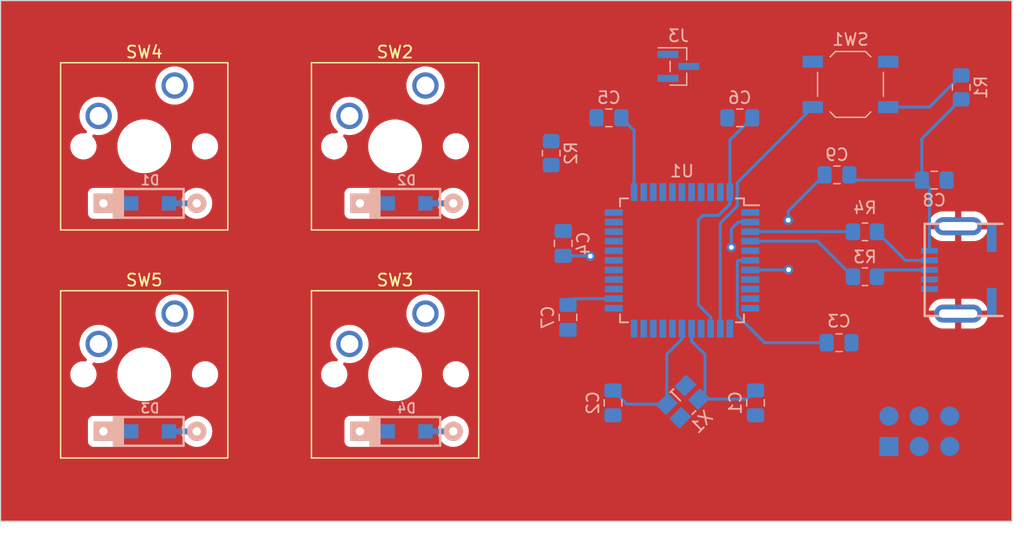
<source format=kicad_pcb>
(kicad_pcb (version 20221018) (generator pcbnew)
  (layers (0 "F.Cu" signal) (31 "B.Cu" signal) (34 "B.Paste" user) (35 "F.Paste" user) (36 "B.SilkS" user "B.Silkscreen") (37 "F.SilkS" user "F.Silkscreen") (38 "B.Mask" user) (39 "F.Mask" user) (44 "Edge.Cuts" user))
  (net 0 "")
  (net 1 "Net-(U1-XTAL2)")
  (net 2 "GND")
  (net 3 "Net-(U1-XTAL1)")
  (net 4 "Net-(U1-UCAP)")
  (net 5 "VCC")
  (net 6 "Net-(U1-VBUS)")
  (net 7 "Net-(D1-A)")
  (net 8 "/row0")
  (net 9 "Net-(D2-A)")
  (net 10 "/row1")
  (net 11 "Net-(D3-A)")
  (net 12 "Net-(D4-A)")
  (net 13 "Net-(J1-D-)")
  (net 14 "Net-(J1-D+)")
  (net 16 "Net-(J2-MISO)")
  (net 17 "Net-(J2-SCK)")
  (net 18 "Net-(J2-MOSI)")
  (net 19 "Net-(J2-~{RST})")
  (net 20 "Net-(J3-Pin_1)")
  (net 21 "Net-(J3-Pin_2)")
  (net 22 "Net-(J3-Pin_3)")
  (net 23 "Net-(U1-~{RESET})")
  (net 24 "Net-(U1-~{HWB}{slash}PE2)")
  (net 25 "Net-(U1-D+)")
  (net 26 "Net-(U1-D-)")
  (net 27 "/col0")
  (net 28 "/col1")
  (footprint "Button_Switch_Keyboard:SW_Cherry_MX_1.00u_PCB" (layer "F.Cu") (at 119.53875 80.645)
    (fp_text reference "SW5" (at -2.54 -2.794) (layer "F.SilkS"))
    (fp_text value "SW_Push")
    (fp_line (start -9.525 -1.905) (end 4.445 -1.905) (stroke (width 0.12)) (layer "F.SilkS"))
    (fp_line (start -9.525 12.065) (end -9.525 -1.905) (stroke (width 0.12)) (layer "F.SilkS"))
    (fp_line (start 4.445 -1.905) (end 4.445 12.065) (stroke (width 0.12)) (layer "F.SilkS"))
    (fp_line (start 4.445 12.065) (end -9.525 12.065) (stroke (width 0.12)) (layer "F.SilkS"))
    (pad "" np_thru_hole circle locked (at -7.62 5.08) (size 1.7 1.7) (drill 1.7) (layers "*.Cu" "*.Mask"))
    (pad "" np_thru_hole circle locked (at -2.54 5.08) (size 4 4) (drill 4) (layers "*.Cu" "*.Mask"))
    (pad "" np_thru_hole circle locked (at 2.54 5.08) (size 1.7 1.7) (drill 1.7) (layers "*.Cu" "*.Mask"))
    (pad "1" thru_hole circle locked (at 0 0) (size 2.2 2.2) (drill 1.5) (layers "*.Cu" "*.Mask") (net 11 "Net-(D3-A)"))
    (pad "2" thru_hole circle locked (at -6.35 2.54) (size 2.2 2.2) (drill 1.5) (layers "*.Cu" "*.Mask") (net 28 "/col1"))
  )
  (footprint "Button_Switch_Keyboard:SW_Cherry_MX_1.00u_PCB" (layer "F.Cu") (at 140.49375 80.645)
    (fp_text reference "SW3" (at -2.54 -2.794) (layer "F.SilkS"))
    (fp_text value "SW_Push")
    (fp_line (start -9.525 -1.905) (end 4.445 -1.905) (stroke (width 0.12)) (layer "F.SilkS"))
    (fp_line (start -9.525 12.065) (end -9.525 -1.905) (stroke (width 0.12)) (layer "F.SilkS"))
    (fp_line (start 4.445 -1.905) (end 4.445 12.065) (stroke (width 0.12)) (layer "F.SilkS"))
    (fp_line (start 4.445 12.065) (end -9.525 12.065) (stroke (width 0.12)) (layer "F.SilkS"))
    (pad "" np_thru_hole circle locked (at -7.62 5.08) (size 1.7 1.7) (drill 1.7) (layers "*.Cu" "*.Mask"))
    (pad "" np_thru_hole circle locked (at -2.54 5.08) (size 4 4) (drill 4) (layers "*.Cu" "*.Mask"))
    (pad "" np_thru_hole circle locked (at 2.54 5.08) (size 1.7 1.7) (drill 1.7) (layers "*.Cu" "*.Mask"))
    (pad "1" thru_hole circle locked (at 0 0) (size 2.2 2.2) (drill 1.5) (layers "*.Cu" "*.Mask") (net 12 "Net-(D4-A)"))
    (pad "2" thru_hole circle locked (at -6.35 2.54) (size 2.2 2.2) (drill 1.5) (layers "*.Cu" "*.Mask") (net 28 "/col1"))
  )
  (footprint "Button_Switch_Keyboard:SW_Cherry_MX_1.00u_PCB" (layer "F.Cu") (at 119.53875 61.595)
    (fp_text reference "SW4" (at -2.54 -2.794) (layer "F.SilkS"))
    (fp_text value "SW_Push")
    (fp_line (start -9.525 -1.905) (end 4.445 -1.905) (stroke (width 0.12)) (layer "F.SilkS"))
    (fp_line (start -9.525 12.065) (end -9.525 -1.905) (stroke (width 0.12)) (layer "F.SilkS"))
    (fp_line (start 4.445 -1.905) (end 4.445 12.065) (stroke (width 0.12)) (layer "F.SilkS"))
    (fp_line (start 4.445 12.065) (end -9.525 12.065) (stroke (width 0.12)) (layer "F.SilkS"))
    (pad "" np_thru_hole circle locked (at -7.62 5.08) (size 1.7 1.7) (drill 1.7) (layers "*.Cu" "*.Mask"))
    (pad "" np_thru_hole circle locked (at -2.54 5.08) (size 4 4) (drill 4) (layers "*.Cu" "*.Mask"))
    (pad "" np_thru_hole circle locked (at 2.54 5.08) (size 1.7 1.7) (drill 1.7) (layers "*.Cu" "*.Mask"))
    (pad "1" thru_hole circle locked (at 0 0) (size 2.2 2.2) (drill 1.5) (layers "*.Cu" "*.Mask") (net 9 "Net-(D2-A)"))
    (pad "2" thru_hole circle locked (at -6.35 2.54) (size 2.2 2.2) (drill 1.5) (layers "*.Cu" "*.Mask") (net 27 "/col0"))
  )
  (footprint "Button_Switch_Keyboard:SW_Cherry_MX_1.00u_PCB" (layer "F.Cu") (at 140.49375 61.595)
    (fp_text reference "SW2" (at -2.54 -2.794) (layer "F.SilkS"))
    (fp_text value "SW_Push")
    (fp_line (start -9.525 -1.905) (end 4.445 -1.905) (stroke (width 0.12)) (layer "F.SilkS"))
    (fp_line (start -9.525 12.065) (end -9.525 -1.905) (stroke (width 0.12)) (layer "F.SilkS"))
    (fp_line (start 4.445 -1.905) (end 4.445 12.065) (stroke (width 0.12)) (layer "F.SilkS"))
    (fp_line (start 4.445 12.065) (end -9.525 12.065) (stroke (width 0.12)) (layer "F.SilkS"))
    (pad "" np_thru_hole circle locked (at -7.62 5.08) (size 1.7 1.7) (drill 1.7) (layers "*.Cu" "*.Mask"))
    (pad "" np_thru_hole circle locked (at -2.54 5.08) (size 4 4) (drill 4) (layers "*.Cu" "*.Mask"))
    (pad "" np_thru_hole circle locked (at 2.54 5.08) (size 1.7 1.7) (drill 1.7) (layers "*.Cu" "*.Mask"))
    (pad "1" thru_hole circle locked (at 0 0) (size 2.2 2.2) (drill 1.5) (layers "*.Cu" "*.Mask") (net 7 "Net-(D1-A)"))
    (pad "2" thru_hole circle locked (at -6.35 2.54) (size 2.2 2.2) (drill 1.5) (layers "*.Cu" "*.Mask") (net 27 "/col0"))
  )
  (footprint "keyboard_parts:D_SOD123_axial" (layer "B.Cu") (at 117.4875 90.4875)
    (fp_text reference "D3" (at 0 -1.925) (layer "B.SilkS") (effects (font (size 0.8 0.8)) (justify mirror)))
    (fp_text value "D" hide)
    (fp_line (start -3.025 -1.2) (end -3.025 1.2) (stroke (width 0.2)) (layer "B.SilkS"))
    (fp_line (start -3 1.2) (end 2.8 1.2) (stroke (width 0.2)) (layer "B.SilkS"))
    (fp_line (start -2.925 1.2) (end -2.925 -1.2) (stroke (width 0.2)) (layer "B.SilkS"))
    (fp_line (start -2.8 1.2) (end -2.8 -1.2) (stroke (width 0.2)) (layer "B.SilkS"))
    (fp_line (start -2.625 1.2) (end -2.625 -1.2) (stroke (width 0.2)) (layer "B.SilkS"))
    (fp_line (start -2.45 1.2) (end -2.45 -1.2) (stroke (width 0.2)) (layer "B.SilkS"))
    (fp_line (start -2.275 1.2) (end -2.275 -1.2) (stroke (width 0.2)) (layer "B.SilkS"))
    (fp_line (start 2.8 -1.2) (end -3 -1.2) (stroke (width 0.2)) (layer "B.SilkS"))
    (fp_line (start 2.8 1.2) (end 2.8 -1.2) (stroke (width 0.2)) (layer "B.SilkS"))
    (pad "1" thru_hole rect locked (at -3.9 0) (size 1.6 1.6) (drill 0.7) (layers "*.Cu" "*.Mask" "B.SilkS") (net 10 "/row1"))
    (pad "1" smd rect locked (at -2.7 0) (size 2.5 0.5) (layers "B.Cu") (net 10 "/row1"))
    (pad "1" smd rect locked (at -1.575 0) (size 1.2 1.2) (layers "B.Cu" "B.Paste" "B.Mask") (net 10 "/row1"))
    (pad "2" smd rect locked (at 1.575 0) (size 1.2 1.2) (layers "B.Cu" "B.Paste" "B.Mask") (net 11 "Net-(D3-A)"))
    (pad "2" smd rect locked (at 2.7 0) (size 2.5 0.5) (layers "B.Cu") (net 11 "Net-(D3-A)"))
    (pad "2" thru_hole circle locked (at 3.9 0) (size 1.6 1.6) (drill 0.7) (layers "*.Cu" "*.Mask" "B.SilkS") (net 11 "Net-(D3-A)"))
  )
  (footprint "keyboard_parts:D_SOD123_axial" (layer "B.Cu") (at 138.91875 71.4375)
    (fp_text reference "D2" (at 0 -1.925) (layer "B.SilkS") (effects (font (size 0.8 0.8)) (justify mirror)))
    (fp_text value "D" hide)
    (fp_line (start -3.025 -1.2) (end -3.025 1.2) (stroke (width 0.2)) (layer "B.SilkS"))
    (fp_line (start -3 1.2) (end 2.8 1.2) (stroke (width 0.2)) (layer "B.SilkS"))
    (fp_line (start -2.925 1.2) (end -2.925 -1.2) (stroke (width 0.2)) (layer "B.SilkS"))
    (fp_line (start -2.8 1.2) (end -2.8 -1.2) (stroke (width 0.2)) (layer "B.SilkS"))
    (fp_line (start -2.625 1.2) (end -2.625 -1.2) (stroke (width 0.2)) (layer "B.SilkS"))
    (fp_line (start -2.45 1.2) (end -2.45 -1.2) (stroke (width 0.2)) (layer "B.SilkS"))
    (fp_line (start -2.275 1.2) (end -2.275 -1.2) (stroke (width 0.2)) (layer "B.SilkS"))
    (fp_line (start 2.8 -1.2) (end -3 -1.2) (stroke (width 0.2)) (layer "B.SilkS"))
    (fp_line (start 2.8 1.2) (end 2.8 -1.2) (stroke (width 0.2)) (layer "B.SilkS"))
    (pad "1" thru_hole rect locked (at -3.9 0) (size 1.6 1.6) (drill 0.7) (layers "*.Cu" "*.Mask" "B.SilkS") (net 10 "/row1"))
    (pad "1" smd rect locked (at -2.7 0) (size 2.5 0.5) (layers "B.Cu") (net 10 "/row1"))
    (pad "1" smd rect locked (at -1.575 0) (size 1.2 1.2) (layers "B.Cu" "B.Paste" "B.Mask") (net 10 "/row1"))
    (pad "2" smd rect locked (at 1.575 0) (size 1.2 1.2) (layers "B.Cu" "B.Paste" "B.Mask") (net 9 "Net-(D2-A)"))
    (pad "2" smd rect locked (at 2.7 0) (size 2.5 0.5) (layers "B.Cu") (net 9 "Net-(D2-A)"))
    (pad "2" thru_hole circle locked (at 3.9 0) (size 1.6 1.6) (drill 0.7) (layers "*.Cu" "*.Mask" "B.SilkS") (net 9 "Net-(D2-A)"))
  )
  (footprint "Resistor_SMD:R_0805_2012Metric_Pad1.20x1.40mm_HandSolder" (layer "B.Cu") (at 151 67.25 90)
    (fp_text reference "R2" (at 0 1.65 90) (layer "B.SilkS") (effects (justify mirror)))
    (fp_text value "10k")
    (fp_line (start -0.227064 -0.735) (end 0.227064 -0.735) (stroke (width 0.12)) (layer "B.SilkS"))
    (fp_line (start -0.227064 0.735) (end 0.227064 0.735) (stroke (width 0.12)) (layer "B.SilkS"))
    (pad "1" smd roundrect (at -1 0 90) (size 1.2 1.4) (layers "B.Cu" "B.Paste" "B.Mask") (roundrect_rratio 0.208333) (net 24 "Net-(U1-~{HWB}{slash}PE2)"))
    (pad "2" smd roundrect (at 1 0 90) (size 1.2 1.4) (layers "B.Cu" "B.Paste" "B.Mask") (roundrect_rratio 0.208333) (net 2 "GND"))
  )
  (footprint "Capacitor_SMD:C_0805_2012Metric_Pad1.18x1.45mm_HandSolder" (layer "B.Cu") (at 183 69.5)
    (fp_text reference "C8" (at 0 1.68) (layer "B.SilkS") (effects (justify mirror)))
    (fp_text value "4.7uF")
    (fp_line (start -0.261252 -0.735) (end 0.261252 -0.735) (stroke (width 0.12)) (layer "B.SilkS"))
    (fp_line (start -0.261252 0.735) (end 0.261252 0.735) (stroke (width 0.12)) (layer "B.SilkS"))
    (pad "1" smd roundrect (at -1.0375 0) (size 1.175 1.45) (layers "B.Cu" "B.Paste" "B.Mask") (roundrect_rratio 0.212766) (net 5 "VCC"))
    (pad "2" smd roundrect (at 1.0375 0) (size 1.175 1.45) (layers "B.Cu" "B.Paste" "B.Mask") (roundrect_rratio 0.212766) (net 2 "GND"))
  )
  (footprint "Capacitor_SMD:C_0805_2012Metric_Pad1.18x1.45mm_HandSolder" (layer "B.Cu") (at 174.86875 69.05625 180)
    (fp_text reference "C9" (at 0 1.68) (layer "B.SilkS") (effects (justify mirror)))
    (fp_text value "10uF")
    (fp_line (start -0.261252 -0.735) (end 0.261252 -0.735) (stroke (width 0.12)) (layer "B.SilkS"))
    (fp_line (start -0.261252 0.735) (end 0.261252 0.735) (stroke (width 0.12)) (layer "B.SilkS"))
    (pad "1" smd roundrect (at -1.0375 0 180) (size 1.175 1.45) (layers "B.Cu" "B.Paste" "B.Mask") (roundrect_rratio 0.212766) (net 5 "VCC"))
    (pad "2" smd roundrect (at 1.0375 0 180) (size 1.175 1.45) (layers "B.Cu" "B.Paste" "B.Mask") (roundrect_rratio 0.212766) (net 6 "Net-(U1-VBUS)"))
  )
  (footprint "user:crystal_FA238-TSX3225" (layer "B.Cu") (at 162 88 45)
    (fp_text reference "X1" (at -0.1 2.3 45) (layer "B.SilkS") (effects (justify mirror)))
    (fp_text value "16 MHZ" hide)
    (fp_line (start -0.2 -1.3) (end 0.2 -1.3) (stroke (width 0.15)) (layer "B.SilkS"))
    (fp_line (start -0.2 1.3) (end 0.2 1.3) (stroke (width 0.15)) (layer "B.SilkS"))
    (fp_line (start -0.1 -1.2) (end -0.1 -0.2) (stroke (width 0.15)) (layer "B.SilkS"))
    (pad "1" smd rect (at -1.1 -0.8 45) (size 1.4 1.2) (layers "B.Cu" "B.Paste" "B.Mask") (net 3 "Net-(U1-XTAL1)"))
    (pad "2" smd rect (at 1.1 0.8 45) (size 1.4 1.2) (layers "B.Cu" "B.Paste" "B.Mask") (net 1 "Net-(U1-XTAL2)"))
    (pad "3" smd rect (at -1.1 0.8 45) (size 1.4 1.2) (layers "B.Cu" "B.Paste" "B.Mask") (net 2 "GND"))
    (pad "3" smd rect (at 1.1 -0.8 45) (size 1.4 1.2) (layers "B.Cu" "B.Paste" "B.Mask") (net 2 "GND"))
  )
  (footprint "Package_QFP:TQFP-44_10x10mm_P0.8mm" (layer "B.Cu") (at 161.925 76.2 180)
    (fp_text reference "U1" (at 0 7.45) (layer "B.SilkS") (effects (justify mirror)))
    (fp_text value "ATmega32U4-A")
    (fp_line (start -5.175 -5.175) (end -5.175 -4.5) (stroke (width 0.15)) (layer "B.SilkS"))
    (fp_line (start -5.175 -5.175) (end -4.5 -5.175) (stroke (width 0.15)) (layer "B.SilkS"))
    (fp_line (start -5.175 4.6) (end -6.45 4.6) (stroke (width 0.15)) (layer "B.SilkS"))
    (fp_line (start -5.175 5.175) (end -5.175 4.6) (stroke (width 0.15)) (layer "B.SilkS"))
    (fp_line (start -5.175 5.175) (end -4.5 5.175) (stroke (width 0.15)) (layer "B.SilkS"))
    (fp_line (start 5.175 -5.175) (end 4.5 -5.175) (stroke (width 0.15)) (layer "B.SilkS"))
    (fp_line (start 5.175 -5.175) (end 5.175 -4.5) (stroke (width 0.15)) (layer "B.SilkS"))
    (fp_line (start 5.175 5.175) (end 4.5 5.175) (stroke (width 0.15)) (layer "B.SilkS"))
    (fp_line (start 5.175 5.175) (end 5.175 4.5) (stroke (width 0.15)) (layer "B.SilkS"))
    (pad "1" smd rect (at -5.7 4 180) (size 1.5 0.55) (layers "B.Cu" "B.Paste" "B.Mask"))
    (pad "2" smd rect (at -5.7 3.2 180) (size 1.5 0.55) (layers "B.Cu" "B.Paste" "B.Mask") (net 5 "VCC"))
    (pad "3" smd rect (at -5.7 2.4 180) (size 1.5 0.55) (layers "B.Cu" "B.Paste" "B.Mask") (net 26 "Net-(U1-D-)"))
    (pad "4" smd rect (at -5.7 1.6 180) (size 1.5 0.55) (layers "B.Cu" "B.Paste" "B.Mask") (net 25 "Net-(U1-D+)"))
    (pad "5" smd rect (at -5.7 0.8 180) (size 1.5 0.55) (layers "B.Cu" "B.Paste" "B.Mask") (net 2 "GND"))
    (pad "6" smd rect (at -5.7 0 180) (size 1.5 0.55) (layers "B.Cu" "B.Paste" "B.Mask") (net 4 "Net-(U1-UCAP)"))
    (pad "7" smd rect (at -5.7 -0.8 180) (size 1.5 0.55) (layers "B.Cu" "B.Paste" "B.Mask") (net 6 "Net-(U1-VBUS)"))
    (pad "8" smd rect (at -5.7 -1.6 180) (size 1.5 0.55) (layers "B.Cu" "B.Paste" "B.Mask"))
    (pad "9" smd rect (at -5.7 -2.4 180) (size 1.5 0.55) (layers "B.Cu" "B.Paste" "B.Mask") (net 17 "Net-(J2-SCK)"))
    (pad "10" smd rect (at -5.7 -3.2 180) (size 1.5 0.55) (layers "B.Cu" "B.Paste" "B.Mask") (net 18 "Net-(J2-MOSI)"))
    (pad "11" smd rect (at -5.7 -4 180) (size 1.5 0.55) (layers "B.Cu" "B.Paste" "B.Mask") (net 16 "Net-(J2-MISO)"))
    (pad "12" smd rect (at -4 -5.7 90) (size 1.5 0.55) (layers "B.Cu" "B.Paste" "B.Mask") (net 19 "Net-(J2-~{RST})"))
    (pad "13" smd rect (at -3.2 -5.7 90) (size 1.5 0.55) (layers "B.Cu" "B.Paste" "B.Mask") (net 23 "Net-(U1-~{RESET})"))
    (pad "14" smd rect (at -2.4 -5.7 90) (size 1.5 0.55) (layers "B.Cu" "B.Paste" "B.Mask") (net 5 "VCC"))
    (pad "15" smd rect (at -1.6 -5.7 90) (size 1.5 0.55) (layers "B.Cu" "B.Paste" "B.Mask") (net 2 "GND"))
    (pad "16" smd rect (at -0.8 -5.7 90) (size 1.5 0.55) (layers "B.Cu" "B.Paste" "B.Mask") (net 1 "Net-(U1-XTAL2)"))
    (pad "17" smd rect (at 0 -5.7 90) (size 1.5 0.55) (layers "B.Cu" "B.Paste" "B.Mask") (net 3 "Net-(U1-XTAL1)"))
    (pad "18" smd rect (at 0.8 -5.7 90) (size 1.5 0.55) (layers "B.Cu" "B.Paste" "B.Mask") (net 8 "/row0"))
    (pad "19" smd rect (at 1.6 -5.7 90) (size 1.5 0.55) (layers "B.Cu" "B.Paste" "B.Mask") (net 10 "/row1"))
    (pad "20" smd rect (at 2.4 -5.7 90) (size 1.5 0.55) (layers "B.Cu" "B.Paste" "B.Mask") (net 27 "/col0"))
    (pad "21" smd rect (at 3.2 -5.7 90) (size 1.5 0.55) (layers "B.Cu" "B.Paste" "B.Mask") (net 28 "/col1"))
    (pad "22" smd rect (at 4 -5.7 90) (size 1.5 0.55) (layers "B.Cu" "B.Paste" "B.Mask"))
    (pad "23" smd rect (at 5.7 -4 180) (size 1.5 0.55) (layers "B.Cu" "B.Paste" "B.Mask") (net 2 "GND"))
    (pad "24" smd rect (at 5.7 -3.2 180) (size 1.5 0.55) (layers "B.Cu" "B.Paste" "B.Mask") (net 5 "VCC"))
    (pad "25" smd rect (at 5.7 -2.4 180) (size 1.5 0.55) (layers "B.Cu" "B.Paste" "B.Mask"))
    (pad "26" smd rect (at 5.7 -1.6 180) (size 1.5 0.55) (layers "B.Cu" "B.Paste" "B.Mask"))
    (pad "27" smd rect (at 5.7 -0.8 180) (size 1.5 0.55) (layers "B.Cu" "B.Paste" "B.Mask"))
    (pad "28" smd rect (at 5.7 0 180) (size 1.5 0.55) (layers "B.Cu" "B.Paste" "B.Mask"))
    (pad "29" smd rect (at 5.7 0.8 180) (size 1.5 0.55) (layers "B.Cu" "B.Paste" "B.Mask"))
    (pad "30" smd rect (at 5.7 1.6 180) (size 1.5 0.55) (layers "B.Cu" "B.Paste" "B.Mask"))
    (pad "31" smd rect (at 5.7 2.4 180) (size 1.5 0.55) (layers "B.Cu" "B.Paste" "B.Mask"))
    (pad "32" smd rect (at 5.7 3.2 180) (size 1.5 0.55) (layers "B.Cu" "B.Paste" "B.Mask"))
    (pad "33" smd rect (at 5.7 4 180) (size 1.5 0.55) (layers "B.Cu" "B.Paste" "B.Mask") (net 24 "Net-(U1-~{HWB}{slash}PE2)"))
    (pad "34" smd rect (at 4 5.7 90) (size 1.5 0.55) (layers "B.Cu" "B.Paste" "B.Mask") (net 5 "VCC"))
    (pad "35" smd rect (at 3.2 5.7 90) (size 1.5 0.55) (layers "B.Cu" "B.Paste" "B.Mask") (net 2 "GND"))
    (pad "36" smd rect (at 2.4 5.7 90) (size 1.5 0.55) (layers "B.Cu" "B.Paste" "B.Mask") (net 20 "Net-(J3-Pin_1)"))
    (pad "37" smd rect (at 1.6 5.7 90) (size 1.5 0.55) (layers "B.Cu" "B.Paste" "B.Mask") (net 21 "Net-(J3-Pin_2)"))
    (pad "38" smd rect (at 0.8 5.7 90) (size 1.5 0.55) (layers "B.Cu" "B.Paste" "B.Mask") (net 22 "Net-(J3-Pin_3)"))
    (pad "39" smd rect (at 0 5.7 90) (size 1.5 0.55) (layers "B.Cu" "B.Paste" "B.Mask"))
    (pad "40" smd rect (at -0.8 5.7 90) (size 1.5 0.55) (layers "B.Cu" "B.Paste" "B.Mask"))
    (pad "41" smd rect (at -1.6 5.7 90) (size 1.5 0.55) (layers "B.Cu" "B.Paste" "B.Mask"))
    (pad "42" smd rect (at -2.4 5.7 90) (size 1.5 0.55) (layers "B.Cu" "B.Paste" "B.Mask"))
    (pad "43" smd rect (at -3.2 5.7 90) (size 1.5 0.55) (layers "B.Cu" "B.Paste" "B.Mask") (net 2 "GND"))
    (pad "44" smd rect (at -4 5.7 90) (size 1.5 0.55) (layers "B.Cu" "B.Paste" "B.Mask") (net 5 "VCC"))
  )
  (footprint "Capacitor_SMD:C_0805_2012Metric_Pad1.18x1.45mm_HandSolder" (layer "B.Cu") (at 166.75 64.29375 180)
    (fp_text reference "C6" (at 0 1.68) (layer "B.SilkS") (effects (justify mirror)))
    (fp_text value "0.1uF")
    (fp_line (start -0.261252 -0.735) (end 0.261252 -0.735) (stroke (width 0.12)) (layer "B.SilkS"))
    (fp_line (start -0.261252 0.735) (end 0.261252 0.735) (stroke (width 0.12)) (layer "B.SilkS"))
    (pad "1" smd roundrect (at -1.0375 0 180) (size 1.175 1.45) (layers "B.Cu" "B.Paste" "B.Mask") (roundrect_rratio 0.212766) (net 5 "VCC"))
    (pad "2" smd roundrect (at 1.0375 0 180) (size 1.175 1.45) (layers "B.Cu" "B.Paste" "B.Mask") (roundrect_rratio 0.212766) (net 2 "GND"))
  )
  (footprint "Capacitor_SMD:C_0805_2012Metric_Pad1.18x1.45mm_HandSolder" (layer "B.Cu") (at 168.06875 88.10625 -90)
    (fp_text reference "C1" (at 0 1.68 90) (layer "B.SilkS") (effects (justify mirror)))
    (fp_text value "22pF")
    (fp_line (start -0.261252 -0.735) (end 0.261252 -0.735) (stroke (width 0.12)) (layer "B.SilkS"))
    (fp_line (start -0.261252 0.735) (end 0.261252 0.735) (stroke (width 0.12)) (layer "B.SilkS"))
    (pad "1" smd roundrect (at -1.0375 0 270) (size 1.175 1.45) (layers "B.Cu" "B.Paste" "B.Mask") (roundrect_rratio 0.212766) (net 1 "Net-(U1-XTAL2)"))
    (pad "2" smd roundrect (at 1.0375 0 270) (size 1.175 1.45) (layers "B.Cu" "B.Paste" "B.Mask") (roundrect_rratio 0.212766) (net 2 "GND"))
  )
  (footprint "Resistor_SMD:R_0805_2012Metric_Pad1.20x1.40mm_HandSolder" (layer "B.Cu") (at 185.25 61.75 90)
    (fp_text reference "R1" (at 0 1.65 90) (layer "B.SilkS") (effects (justify mirror)))
    (fp_text value "10k")
    (fp_line (start -0.227064 -0.735) (end 0.227064 -0.735) (stroke (width 0.12)) (layer "B.SilkS"))
    (fp_line (start -0.227064 0.735) (end 0.227064 0.735) (stroke (width 0.12)) (layer "B.SilkS"))
    (pad "1" smd roundrect (at -1 0 90) (size 1.2 1.4) (layers "B.Cu" "B.Paste" "B.Mask") (roundrect_rratio 0.208333) (net 5 "VCC"))
    (pad "2" smd roundrect (at 1 0 90) (size 1.2 1.4) (layers "B.Cu" "B.Paste" "B.Mask") (roundrect_rratio 0.208333) (net 23 "Net-(U1-~{RESET})"))
  )
  (footprint "keyboard_parts:USB_miniB_hirose_5S8" (layer "B.Cu") (at 182.6 77 -90)
    (fp_text reference "J1" hide)
    (fp_text value "USB_B_Micro" hide)
    (fp_line (start -3.85 0.4) (end -3.85 -6.1) (stroke (width 0.2)) (layer "B.SilkS"))
    (fp_line (start -3.85 0.4) (end 3.85 0.4) (stroke (width 0.2)) (layer "B.SilkS"))
    (fp_line (start 3.85 0.4) (end 3.85 -6.1) (stroke (width 0.2)) (layer "B.SilkS"))
    (pad "1" smd rect (at -1.6 0 270) (size 0.5 1.4) (layers "B.Cu" "B.Paste" "B.Mask") (net 5 "VCC"))
    (pad "2" smd rect (at -0.8 0 270) (size 0.5 1.4) (layers "B.Cu" "B.Paste" "B.Mask") (net 13 "Net-(J1-D-)"))
    (pad "3" smd rect (at 0 0 270) (size 0.5 1.4) (layers "B.Cu" "B.Paste" "B.Mask") (net 14 "Net-(J1-D+)"))
    (pad "4" smd rect (at 0.8 0 270) (size 0.5 1.4) (layers "B.Cu" "B.Paste" "B.Mask"))
    (pad "5" smd rect (at 1.6 0 270) (size 0.5 1.4) (layers "B.Cu" "B.Paste" "B.Mask") (net 2 "GND"))
    (pad "6" thru_hole oval (at -3.65 -2.4 270) (size 1.5 4) (drill oval 0.7 3.2) (layers "*.Cu" "*.Mask" "B.Paste") (net 2 "GND"))
    (pad "6" smd rect (at -2.675 -5.2 270) (size 2.35 0.8) (layers "B.Cu" "B.Paste" "B.Mask") (net 2 "GND"))
    (pad "6" smd rect (at 2.675 -5.2 270) (size 2.35 0.8) (layers "B.Cu" "B.Paste" "B.Mask") (net 2 "GND"))
    (pad "6" thru_hole oval (at 3.65 -2.4 270) (size 1.5 4) (drill oval 0.7 3.2) (layers "*.Cu" "*.Mask" "B.Paste") (net 2 "GND"))
  )
  (footprint "Button_Switch_SMD:SW_SPST_TL3342" (layer "B.Cu") (at 176 61.5 180)
    (fp_text reference "SW1" (at 0 3.75) (layer "B.SilkS") (effects (justify mirror)))
    (fp_text value "SW_Push")
    (fp_line (start -2.75 1) (end -2.75 -1) (stroke (width 0.12)) (layer "B.SilkS"))
    (fp_line (start -1.7 -2.3) (end -1.25 -2.75) (stroke (width 0.12)) (layer "B.SilkS"))
    (fp_line (start -1.7 2.3) (end -1.25 2.75) (stroke (width 0.12)) (layer "B.SilkS"))
    (fp_line (start -1.25 -2.75) (end 1.25 -2.75) (stroke (width 0.12)) (layer "B.SilkS"))
    (fp_line (start -1.25 2.75) (end 1.25 2.75) (stroke (width 0.12)) (layer "B.SilkS"))
    (fp_line (start 1.7 -2.3) (end 1.25 -2.75) (stroke (width 0.12)) (layer "B.SilkS"))
    (fp_line (start 1.7 2.3) (end 1.25 2.75) (stroke (width 0.12)) (layer "B.SilkS"))
    (fp_line (start 2.75 1) (end 2.75 -1) (stroke (width 0.12)) (layer "B.SilkS"))
    (pad "1" smd rect (at -3.15 1.9 180) (size 1.7 1) (layers "B.Cu" "B.Paste" "B.Mask") (net 2 "GND"))
    (pad "1" smd rect (at 3.15 1.9 180) (size 1.7 1) (layers "B.Cu" "B.Paste" "B.Mask") (net 2 "GND"))
    (pad "2" smd rect (at -3.15 -1.9 180) (size 1.7 1) (layers "B.Cu" "B.Paste" "B.Mask") (net 23 "Net-(U1-~{RESET})"))
    (pad "2" smd rect (at 3.15 -1.9 180) (size 1.7 1) (layers "B.Cu" "B.Paste" "B.Mask") (net 23 "Net-(U1-~{RESET})"))
  )
  (footprint "Capacitor_SMD:C_0805_2012Metric_Pad1.18x1.45mm_HandSolder" (layer "B.Cu") (at 156.1625 88.10625 -90)
    (fp_text reference "C2" (at 0 1.68 90) (layer "B.SilkS") (effects (justify mirror)))
    (fp_text value "22pF")
    (fp_line (start -0.261252 -0.735) (end 0.261252 -0.735) (stroke (width 0.12)) (layer "B.SilkS"))
    (fp_line (start -0.261252 0.735) (end 0.261252 0.735) (stroke (width 0.12)) (layer "B.SilkS"))
    (pad "1" smd roundrect (at -1.0375 0 270) (size 1.175 1.45) (layers "B.Cu" "B.Paste" "B.Mask") (roundrect_rratio 0.212766) (net 3 "Net-(U1-XTAL1)"))
    (pad "2" smd roundrect (at 1.0375 0 270) (size 1.175 1.45) (layers "B.Cu" "B.Paste" "B.Mask") (roundrect_rratio 0.212766) (net 2 "GND"))
  )
  (footprint "footprints:AVR-ISP-6" (layer "B.Cu") (at 179.21 89.21 -90)
    (fp_text reference "J2" hide)
    (fp_text value "AVR-ISP-6" hide)
    (pad "1" smd oval (at 0 0 270) (size 1.6 1.6) (layers "B.Cu" "B.Paste" "B.Mask") (net 16 "Net-(J2-MISO)"))
    (pad "2" smd rect (at 2.54 0 270) (size 1.6 1.6) (layers "B.Cu" "B.Paste" "B.Mask") (net 5 "VCC"))
    (pad "3" smd oval (at 0 -2.54 270) (size 1.6 1.6) (layers "B.Cu" "B.Paste" "B.Mask") (net 17 "Net-(J2-SCK)"))
    (pad "4" smd oval (at 2.54 -2.54 270) (size 1.6 1.6) (layers "B.Cu" "B.Paste" "B.Mask") (net 18 "Net-(J2-MOSI)"))
    (pad "5" smd oval (at 0 -5.08 270) (size 1.6 1.6) (layers "B.Cu" "B.Paste" "B.Mask") (net 19 "Net-(J2-~{RST})"))
    (pad "6" smd oval (at 2.54 -5.08 270) (size 1.6 1.6) (layers "B.Cu" "B.Paste" "B.Mask") (net 2 "GND"))
  )
  (footprint "Resistor_SMD:R_0805_2012Metric_Pad1.20x1.40mm_HandSolder" (layer "B.Cu") (at 177.2125 73.81875 180)
    (fp_text reference "R4" (at 0 2) (layer "B.SilkS") (effects (justify mirror)))
    (fp_text value "22")
    (fp_line (start -0.227064 -0.735) (end 0.227064 -0.735) (stroke (width 0.12)) (layer "B.SilkS"))
    (fp_line (start -0.227064 0.735) (end 0.227064 0.735) (stroke (width 0.12)) (layer "B.SilkS"))
    (pad "1" smd roundrect (at -1 0 180) (size 1.2 1.4) (layers "B.Cu" "B.Paste" "B.Mask") (roundrect_rratio 0.208333) (net 13 "Net-(J1-D-)"))
    (pad "2" smd roundrect (at 1 0 180) (size 1.2 1.4) (layers "B.Cu" "B.Paste" "B.Mask") (roundrect_rratio 0.208333) (net 26 "Net-(U1-D-)"))
  )
  (footprint "Capacitor_SMD:C_0805_2012Metric_Pad1.18x1.45mm_HandSolder" (layer "B.Cu") (at 175.04375 83.08125 180)
    (fp_text reference "C3" (at 0 1.79375) (layer "B.SilkS") (effects (justify mirror)))
    (fp_text value "1uF")
    (fp_line (start -0.261252 -0.735) (end 0.261252 -0.735) (stroke (width 0.12)) (layer "B.SilkS"))
    (fp_line (start -0.261252 0.735) (end 0.261252 0.735) (stroke (width 0.12)) (layer "B.SilkS"))
    (pad "1" smd roundrect (at -1.0375 0 180) (size 1.175 1.45) (layers "B.Cu" "B.Paste" "B.Mask") (roundrect_rratio 0.212766) (net 2 "GND"))
    (pad "2" smd roundrect (at 1.0375 0 180) (size 1.175 1.45) (layers "B.Cu" "B.Paste" "B.Mask") (roundrect_rratio 0.212766) (net 4 "Net-(U1-UCAP)"))
  )
  (footprint "keyboard_parts:D_SOD123_axial" (layer "B.Cu") (at 138.91875 90.4875)
    (fp_text reference "D4" (at 0 -1.925) (layer "B.SilkS") (effects (font (size 0.8 0.8)) (justify mirror)))
    (fp_text value "D" hide)
    (fp_line (start -3.025 -1.2) (end -3.025 1.2) (stroke (width 0.2)) (layer "B.SilkS"))
    (fp_line (start -3 1.2) (end 2.8 1.2) (stroke (width 0.2)) (layer "B.SilkS"))
    (fp_line (start -2.925 1.2) (end -2.925 -1.2) (stroke (width 0.2)) (layer "B.SilkS"))
    (fp_line (start -2.8 1.2) (end -2.8 -1.2) (stroke (width 0.2)) (layer "B.SilkS"))
    (fp_line (start -2.625 1.2) (end -2.625 -1.2) (stroke (width 0.2)) (layer "B.SilkS"))
    (fp_line (start -2.45 1.2) (end -2.45 -1.2) (stroke (width 0.2)) (layer "B.SilkS"))
    (fp_line (start -2.275 1.2) (end -2.275 -1.2) (stroke (width 0.2)) (layer "B.SilkS"))
    (fp_line (start 2.8 -1.2) (end -3 -1.2) (stroke (width 0.2)) (layer "B.SilkS"))
    (fp_line (start 2.8 1.2) (end 2.8 -1.2) (stroke (width 0.2)) (layer "B.SilkS"))
    (pad "1" thru_hole rect locked (at -3.9 0) (size 1.6 1.6) (drill 0.7) (layers "*.Cu" "*.Mask" "B.SilkS") (net 8 "/row0"))
    (pad "1" smd rect locked (at -2.7 0) (size 2.5 0.5) (layers "B.Cu") (net 8 "/row0"))
    (pad "1" smd rect locked (at -1.575 0) (size 1.2 1.2) (layers "B.Cu" "B.Paste" "B.Mask") (net 8 "/row0"))
    (pad "2" smd rect locked (at 1.575 0) (size 1.2 1.2) (layers "B.Cu" "B.Paste" "B.Mask") (net 12 "Net-(D4-A)"))
    (pad "2" smd rect locked (at 2.7 0) (size 2.5 0.5) (layers "B.Cu") (net 12 "Net-(D4-A)"))
    (pad "2" thru_hole circle locked (at 3.9 0) (size 1.6 1.6) (drill 0.7) (layers "*.Cu" "*.Mask" "B.SilkS") (net 12 "Net-(D4-A)"))
  )
  (footprint "Connector_PinHeader_1.00mm:PinHeader_1x03_P1.00mm_Vertical_SMD_Pin1Right" (layer "B.Cu") (at 161.625 60 180)
    (fp_text reference "J3" (at 0 2.56) (layer "B.SilkS") (effects (justify mirror)))
    (fp_text value "Conn_01x03_Pin")
    (fp_line (start -0.695 -1.56) (end -0.695 -1.56) (stroke (width 0.12)) (layer "B.SilkS"))
    (fp_line (start -0.695 -1.56) (end 0.695 -1.56) (stroke (width 0.12)) (layer "B.SilkS"))
    (fp_line (start -0.695 -0.56) (end -0.695 -1.56) (stroke (width 0.12)) (layer "B.SilkS"))
    (fp_line (start -0.695 1.44) (end -0.695 0.56) (stroke (width 0.12)) (layer "B.SilkS"))
    (fp_line (start -0.695 1.56) (end -0.695 0.56) (stroke (width 0.12)) (layer "B.SilkS"))
    (fp_line (start -0.695 1.56) (end 0.695 1.56) (stroke (width 0.12)) (layer "B.SilkS"))
    (fp_line (start 0.695 0.44) (end 0.695 -0.44) (stroke (width 0.12)) (layer "B.SilkS"))
    (fp_line (start 0.695 1.56) (end 0.695 1.56) (stroke (width 0.12)) (layer "B.SilkS"))
    (fp_line (start 0.695 1.56) (end 1.69 1.56) (stroke (width 0.12)) (layer "B.SilkS"))
    (pad "1" smd rect (at 0.875 1 180) (size 1.75 0.6) (layers "B.Cu" "B.Paste" "B.Mask") (net 20 "Net-(J3-Pin_1)"))
    (pad "2" smd rect (at -0.875 0 180) (size 1.75 0.6) (layers "B.Cu" "B.Paste" "B.Mask") (net 21 "Net-(J3-Pin_2)"))
    (pad "3" smd rect (at 0.875 -1 180) (size 1.75 0.6) (layers "B.Cu" "B.Paste" "B.Mask") (net 22 "Net-(J3-Pin_3)"))
  )
  (footprint "Resistor_SMD:R_0805_2012Metric_Pad1.20x1.40mm_HandSolder" (layer "B.Cu") (at 177.2125 77.56875 180)
    (fp_text reference "R3" (at 0 1.65) (layer "B.SilkS") (effects (justify mirror)))
    (fp_text value "22")
    (fp_line (start -0.227064 -0.735) (end 0.227064 -0.735) (stroke (width 0.12)) (layer "B.SilkS"))
    (fp_line (start -0.227064 0.735) (end 0.227064 0.735) (stroke (width 0.12)) (layer "B.SilkS"))
    (pad "1" smd roundrect (at -1 0 180) (size 1.2 1.4) (layers "B.Cu" "B.Paste" "B.Mask") (roundrect_rratio 0.208333) (net 14 "Net-(J1-D+)"))
    (pad "2" smd roundrect (at 1 0 180) (size 1.2 1.4) (layers "B.Cu" "B.Paste" "B.Mask") (roundrect_rratio 0.208333) (net 25 "Net-(U1-D+)"))
  )
  (footprint "Capacitor_SMD:C_0805_2012Metric_Pad1.18x1.45mm_HandSolder" (layer "B.Cu") (at 152.4 80.9625 -90)
    (fp_text reference "C7" (at 0 1.68 90) (layer "B.SilkS") (effects (justify mirror)))
    (fp_text value "0.1uF")
    (fp_line (start -0.261252 -0.735) (end 0.261252 -0.735) (stroke (width 0.12)) (layer "B.SilkS"))
    (fp_line (start -0.261252 0.735) (end 0.261252 0.735) (stroke (width 0.12)) (layer "B.SilkS"))
    (pad "1" smd roundrect (at -1.0375 0 270) (size 1.175 1.45) (layers "B.Cu" "B.Paste" "B.Mask") (roundrect_rratio 0.212766) (net 5 "VCC"))
    (pad "2" smd roundrect (at 1.0375 0 270) (size 1.175 1.45) (layers "B.Cu" "B.Paste" "B.Mask") (roundrect_rratio 0.212766) (net 2 "GND"))
  )
  (footprint "Capacitor_SMD:C_0805_2012Metric_Pad1.18x1.45mm_HandSolder" (layer "B.Cu") (at 152 74.7875 90)
    (fp_text reference "C4" (at 0 1.68 90) (layer "B.SilkS") (effects (justify mirror)))
    (fp_text value "0.1uf")
    (fp_line (start -0.261252 -0.735) (end 0.261252 -0.735) (stroke (width 0.12)) (layer "B.SilkS"))
    (fp_line (start -0.261252 0.735) (end 0.261252 0.735) (stroke (width 0.12)) (layer "B.SilkS"))
    (pad "1" smd roundrect (at -1.0375 0 90) (size 1.175 1.45) (layers "B.Cu" "B.Paste" "B.Mask") (roundrect_rratio 0.212766) (net 5 "VCC"))
    (pad "2" smd roundrect (at 1.0375 0 90) (size 1.175 1.45) (layers "B.Cu" "B.Paste" "B.Mask") (roundrect_rratio 0.212766) (net 2 "GND"))
  )
  (footprint "Capacitor_SMD:C_0805_2012Metric_Pad1.18x1.45mm_HandSolder" (layer "B.Cu") (at 155.81875 64.29375 180)
    (fp_text reference "C5" (at 0 1.68) (layer "B.SilkS") (effects (justify mirror)))
    (fp_text value "0.1uF")
    (fp_line (start -0.261252 -0.735) (end 0.261252 -0.735) (stroke (width 0.12)) (layer "B.SilkS"))
    (fp_line (start -0.261252 0.735) (end 0.261252 0.735) (stroke (width 0.12)) (layer "B.SilkS"))
    (pad "1" smd roundrect (at -1.0375 0 180) (size 1.175 1.45) (layers "B.Cu" "B.Paste" "B.Mask") (roundrect_rratio 0.212766) (net 5 "VCC"))
    (pad "2" smd roundrect (at 1.0375 0 180) (size 1.175 1.45) (layers "B.Cu" "B.Paste" "B.Mask") (roundrect_rratio 0.212766) (net 2 "GND"))
  )
  (footprint "keyboard_parts:D_SOD123_axial" (layer "B.Cu") (at 117.4875 71.4375)
    (fp_text reference "D1" (at 0 -1.925) (layer "B.SilkS") (effects (font (size 0.8 0.8)) (justify mirror)))
    (fp_text value "D" hide)
    (fp_line (start -3.025 -1.2) (end -3.025 1.2) (stroke (width 0.2)) (layer "B.SilkS"))
    (fp_line (start -3 1.2) (end 2.8 1.2) (stroke (width 0.2)) (layer "B.SilkS"))
    (fp_line (start -2.925 1.2) (end -2.925 -1.2) (stroke (width 0.2)) (layer "B.SilkS"))
    (fp_line (start -2.8 1.2) (end -2.8 -1.2) (stroke (width 0.2)) (layer "B.SilkS"))
    (fp_line (start -2.625 1.2) (end -2.625 -1.2) (stroke (width 0.2)) (layer "B.SilkS"))
    (fp_line (start -2.45 1.2) (end -2.45 -1.2) (stroke (width 0.2)) (layer "B.SilkS"))
    (fp_line (start -2.275 1.2) (end -2.275 -1.2) (stroke (width 0.2)) (layer "B.SilkS"))
    (fp_line (start 2.8 -1.2) (end -3 -1.2) (stroke (width 0.2)) (layer "B.SilkS"))
    (fp_line (start 2.8 1.2) (end 2.8 -1.2) (stroke (width 0.2)) (layer "B.SilkS"))
    (pad "1" thru_hole rect locked (at -3.9 0) (size 1.6 1.6) (drill 0.7) (layers "*.Cu" "*.Mask" "B.SilkS") (net 8 "/row0"))
    (pad "1" smd rect locked (at -2.7 0) (size 2.5 0.5) (layers "B.Cu") (net 8 "/row0"))
    (pad "1" smd rect locked (at -1.575 0) (size 1.2 1.2) (layers "B.Cu" "B.Paste" "B.Mask") (net 8 "/row0"))
    (pad "2" smd rect locked (at 1.575 0) (size 1.2 1.2) (layers "B.Cu" "B.Paste" "B.Mask") (net 7 "Net-(D1-A)"))
    (pad "2" smd rect locked (at 2.7 0) (size 2.5 0.5) (layers "B.Cu") (net 7 "Net-(D1-A)"))
    (pad "2" thru_hole circle locked (at 3.9 0) (size 1.6 1.6) (drill 0.7) (layers "*.Cu" "*.Mask" "B.SilkS") (net 7 "Net-(D1-A)"))
  )
  (gr_line (start 105.5 98) (end 105 98) (stroke (width 0.1)) (layer "Edge.Cuts"))
  (gr_line (start 105 98) (end 105 54.5) (stroke (width 0.1)) (layer "Edge.Cuts"))
  (gr_line (start 105 54.5) (end 189.5 54.5) (stroke (width 0.1)) (layer "Edge.Cuts"))
  (gr_line (start 189.5 98) (end 105.5 98) (stroke (width 0.1)) (layer "Edge.Cuts"))
  (gr_line (start 189.5 54.5) (end 189.5 98) (stroke (width 0.1)) (layer "Edge.Cuts"))
  (segment (start 163.838478 87.292893) (end 163.838478 84.063478) (width 0.25) (layer "B.Cu") (net 1))
  (segment (start 163.343503 87.787868) (end 163.838478 87.292893) (width 0.25) (layer "B.Cu") (net 1))
  (segment (start 162.725 82.95) (end 162.725 81.9) (width 0.25) (layer "B.Cu") (net 1))
  (segment (start 163.838478 84.063478) (end 162.725 82.95) (width 0.25) (layer "B.Cu") (net 1))
  (segment (start 168.06875 87.06875) (end 167.349632 87.787868) (width 0.25) (layer "B.Cu") (net 1))
  (segment (start 167.349632 87.787868) (end 163.343503 87.787868) (width 0.25) (layer "B.Cu") (net 1))
  (segment (start 156.1625 87.06875) (end 157.305882 88.212132) (width 0.25) (layer "B.Cu") (net 3))
  (segment (start 160.656497 88.212132) (end 160.656497 84.043503) (width 0.25) (layer "B.Cu") (net 3))
  (segment (start 161.925 82.775) (end 161.925 81.9) (width 0.25) (layer "B.Cu") (net 3))
  (segment (start 157.305882 88.212132) (end 160.656497 88.212132) (width 0.25) (layer "B.Cu") (net 3))
  (segment (start 160.656497 84.043503) (end 161.925 82.775) (width 0.25) (layer "B.Cu") (net 3))
  (segment (start 168.83125 83.08125) (end 166.55 80.8) (width 0.25) (layer "B.Cu") (net 4))
  (segment (start 174.00625 83.08125) (end 168.83125 83.08125) (width 0.25) (layer "B.Cu") (net 4))
  (segment (start 166.625 76.2) (end 167.625 76.2) (width 0.25) (layer "B.Cu") (net 4))
  (segment (start 166.55 76.275) (end 166.625 76.2) (width 0.25) (layer "B.Cu") (net 4))
  (segment (start 166.55 80.8) (end 166.55 76.275) (width 0.25) (layer "B.Cu") (net 4))
  (segment (start 154.27 75.85) (end 165.31 75.85) (width 0.25) (layer "F.Cu") (net 5))
  (segment (start 165.31 75.85) (end 166.05 75.11) (width 0.25) (layer "F.Cu") (net 5))
  (via (at 154.27 75.85) (size 0.8) (drill 0.4) (layers "F.Cu" "B.Cu") (net 5))
  (via (at 166.05 75.11) (size 0.8) (drill 0.4) (layers "F.Cu" "B.Cu") (net 5))
  (segment (start 154.245 75.825) (end 154.27 75.85) (width 0.25) (layer "B.Cu") (net 5))
  (segment (start 152 75.825) (end 154.245 75.825) (width 0.25) (layer "B.Cu") (net 5))
  (segment (start 164.325 80.945) (end 164.325 81.9) (width 0.25) (layer "B.Cu") (net 5))
  (segment (start 165.925 71.5) (end 164.975 72.45) (width 0.25) (layer "B.Cu") (net 5))
  (segment (start 152.085 75.825) (end 152.28 76.02) (width 0.25) (layer "B.Cu") (net 5))
  (segment (start 152.4 79.925) (end 152.925 79.4) (width 0.25) (layer "B.Cu") (net 5))
  (segment (start 152.925 79.4) (end 156.225 79.4) (width 0.25) (layer "B.Cu") (net 5))
  (segment (start 164.975 72.45) (end 163.68 72.45) (width 0.25) (layer "B.Cu") (net 5))
  (segment (start 166.625 73) (end 167.625 73) (width 0.25) (layer "B.Cu") (net 5))
  (segment (start 181.9625 69.5) (end 176.35 69.5) (width 0.25) (layer "B.Cu") (net 5))
  (segment (start 166.05 75.11) (end 166.05 73.575) (width 0.25) (layer "B.Cu") (net 5))
  (segment (start 163.29 72.84) (end 163.29 79.91) (width 0.25) (layer "B.Cu") (net 5))
  (segment (start 182.6 75.4) (end 182.6 70.1375) (width 0.25) (layer "B.Cu") (net 5))
  (segment (start 152.085 75.825) (end 152 75.825) (width 0.25) (layer "B.Cu") (net 5))
  (segment (start 181.9625 66.0375) (end 181.9625 69.5) (width 0.25) (layer "B.Cu") (net 5))
  (segment (start 165.925 66.15625) (end 165.925 70.5) (width 0.25) (layer "B.Cu") (net 5))
  (segment (start 163.29 79.91) (end 164.325 80.945) (width 0.25) (layer "B.Cu") (net 5))
  (segment (start 165.925 70.5) (end 165.925 71.5) (width 0.25) (layer "B.Cu") (net 5))
  (segment (start 156.85625 64.29375) (end 157.925 65.3625) (width 0.25) (layer "B.Cu") (net 5))
  (segment (start 163.68 72.45) (end 163.29 72.84) (width 0.25) (layer "B.Cu") (net 5))
  (segment (start 157.925 65.3625) (end 157.925 70.5) (width 0.25) (layer "B.Cu") (net 5))
  (segment (start 182.6 70.1375) (end 181.9625 69.5) (width 0.25) (layer "B.Cu") (net 5))
  (segment (start 176.35 69.5) (end 175.90625 69.05625) (width 0.25) (layer "B.Cu") (net 5))
  (segment (start 166.05 73.575) (end 166.625 73) (width 0.25) (layer "B.Cu") (net 5))
  (segment (start 167.7875 64.29375) (end 165.925 66.15625) (width 0.25) (layer "B.Cu") (net 5))
  (segment (start 185.25 62.75) (end 181.9625 66.0375) (width 0.25) (layer "B.Cu") (net 5))
  (segment (start 170.8 72.84) (end 170.8 76.95) (width 0.25) (layer "F.Cu") (net 6))
  (segment (start 170.8 76.95) (end 170.83 76.98) (width 0.25) (layer "F.Cu") (net 6))
  (via (at 170.8 72.84) (size 0.8) (drill 0.4) (layers "F.Cu" "B.Cu") (net 6))
  (via (at 170.83 76.98) (size 0.8) (drill 0.4) (layers "F.Cu" "B.Cu") (net 6))
  (segment (start 170.81 77) (end 167.625 77) (width 0.25) (layer "B.Cu") (net 6))
  (segment (start 170.8 72.0875) (end 170.8 72.84) (width 0.25) (layer "B.Cu") (net 6))
  (segment (start 170.83 76.98) (end 170.81 77) (width 0.25) (layer "B.Cu") (net 6))
  (segment (start 173.83125 69.05625) (end 170.8 72.0875) (width 0.25) (layer "B.Cu") (net 6))
  (segment (start 180.59375 76.2) (end 178.2125 73.81875) (width 0.25) (layer "B.Cu") (net 13))
  (segment (start 182.6 76.2) (end 180.59375 76.2) (width 0.25) (layer "B.Cu") (net 13))
  (segment (start 182.6 77) (end 178.78125 77) (width 0.25) (layer "B.Cu") (net 14))
  (segment (start 178.78125 77) (end 178.2125 77.56875) (width 0.25) (layer "B.Cu") (net 14))
  (segment (start 165.125 73.085) (end 165.125 81.9) (width 0.25) (layer "B.Cu") (net 23))
  (segment (start 166.55 71.66) (end 165.125 73.085) (width 0.25) (layer "B.Cu") (net 23))
  (segment (start 182.6 63.4) (end 185.25 60.75) (width 0.25) (layer "B.Cu") (net 23))
  (segment (start 166.55 69.7) (end 166.55 71.66) (width 0.25) (layer "B.Cu") (net 23))
  (segment (start 172.85 63.4) (end 166.55 69.7) (width 0.25) (layer "B.Cu") (net 23))
  (segment (start 179.15 63.4) (end 182.6 63.4) (width 0.25) (layer "B.Cu") (net 23))
  (segment (start 173.24375 74.6) (end 167.625 74.6) (width 0.25) (layer "B.Cu") (net 25))
  (segment (start 176.2125 77.56875) (end 173.24375 74.6) (width 0.25) (layer "B.Cu") (net 25))
  (segment (start 176.2125 73.81875) (end 176.19375 73.8) (width 0.25) (layer "B.Cu") (net 26))
  (segment (start 176.19375 73.8) (end 167.625 73.8) (width 0.25) (layer "B.Cu") (net 26))
  (zone (net 2) (net_name "GND") (layer "F.Cu") (connect_pads (clearance 0.5)) (min_thickness 0.25) (fill yes (thermal_gap 0.5) (thermal_bridge_width 0.5))
    (polygon (pts (xy 190.5 55.5) (xy 106 55.5) (xy 106 99) (xy 190.5 99)))
  )
  (zone (net 2) (net_name "GND") (layer "F.Cu") (connect_pads (clearance 0.5)) (min_thickness 0.25) (fill yes (thermal_gap 0.5) (thermal_bridge_width 0.5))
    (polygon (pts (xy 189.5 54.5) (xy 105 54.5) (xy 105 98) (xy 189.5 98)))
  )
)
</source>
